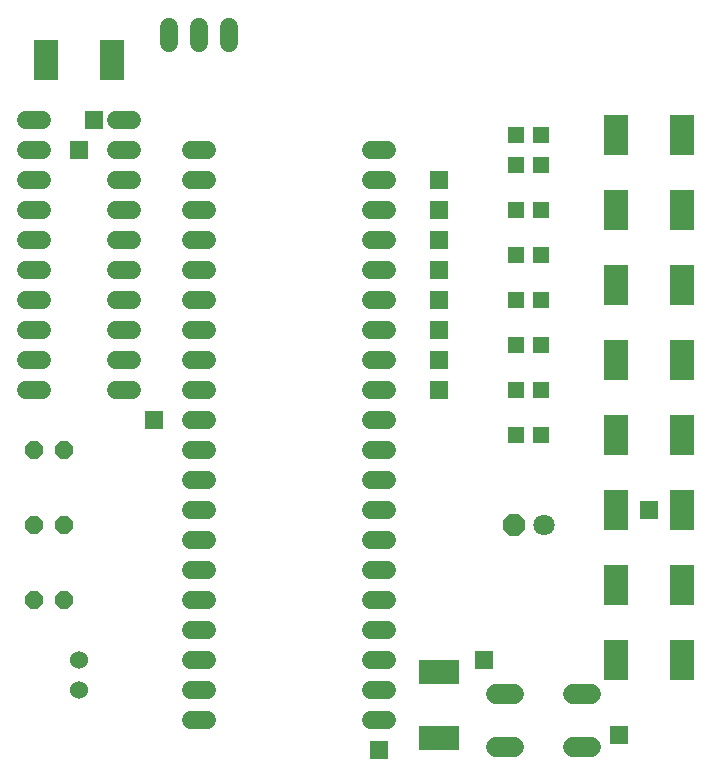
<source format=gts>
G75*
%MOIN*%
%OFA0B0*%
%FSLAX25Y25*%
%IPPOS*%
%LPD*%
%AMOC8*
5,1,8,0,0,1.08239X$1,22.5*
%
%ADD10OC8,0.06000*%
%ADD11OC8,0.07100*%
%ADD12C,0.07100*%
%ADD13C,0.06000*%
%ADD14R,0.05524X0.05524*%
%ADD15C,0.06000*%
%ADD16R,0.07887X0.13398*%
%ADD17R,0.13398X0.07887*%
%ADD18C,0.06800*%
%ADD19R,0.06115X0.06115*%
D10*
X0081000Y0081000D03*
X0091000Y0081000D03*
X0091000Y0106000D03*
X0081000Y0106000D03*
X0081000Y0131000D03*
X0091000Y0131000D03*
D11*
X0241000Y0106000D03*
D12*
X0251000Y0106000D03*
D13*
X0198600Y0101000D02*
X0193400Y0101000D01*
X0193400Y0091000D02*
X0198600Y0091000D01*
X0198600Y0081000D02*
X0193400Y0081000D01*
X0193400Y0071000D02*
X0198600Y0071000D01*
X0198600Y0061000D02*
X0193400Y0061000D01*
X0193400Y0051000D02*
X0198600Y0051000D01*
X0198600Y0041000D02*
X0193400Y0041000D01*
X0138600Y0041000D02*
X0133400Y0041000D01*
X0133400Y0051000D02*
X0138600Y0051000D01*
X0138600Y0061000D02*
X0133400Y0061000D01*
X0133400Y0071000D02*
X0138600Y0071000D01*
X0138600Y0081000D02*
X0133400Y0081000D01*
X0133400Y0091000D02*
X0138600Y0091000D01*
X0138600Y0101000D02*
X0133400Y0101000D01*
X0133400Y0111000D02*
X0138600Y0111000D01*
X0138600Y0121000D02*
X0133400Y0121000D01*
X0133400Y0131000D02*
X0138600Y0131000D01*
X0138600Y0141000D02*
X0133400Y0141000D01*
X0133400Y0151000D02*
X0138600Y0151000D01*
X0138600Y0161000D02*
X0133400Y0161000D01*
X0133400Y0171000D02*
X0138600Y0171000D01*
X0138600Y0181000D02*
X0133400Y0181000D01*
X0133400Y0191000D02*
X0138600Y0191000D01*
X0138600Y0201000D02*
X0133400Y0201000D01*
X0133400Y0211000D02*
X0138600Y0211000D01*
X0138600Y0221000D02*
X0133400Y0221000D01*
X0133400Y0231000D02*
X0138600Y0231000D01*
X0113600Y0231000D02*
X0108400Y0231000D01*
X0108400Y0221000D02*
X0113600Y0221000D01*
X0113600Y0211000D02*
X0108400Y0211000D01*
X0108400Y0201000D02*
X0113600Y0201000D01*
X0113600Y0191000D02*
X0108400Y0191000D01*
X0108400Y0181000D02*
X0113600Y0181000D01*
X0113600Y0171000D02*
X0108400Y0171000D01*
X0108400Y0161000D02*
X0113600Y0161000D01*
X0113600Y0151000D02*
X0108400Y0151000D01*
X0083600Y0151000D02*
X0078400Y0151000D01*
X0078400Y0161000D02*
X0083600Y0161000D01*
X0083600Y0171000D02*
X0078400Y0171000D01*
X0078400Y0181000D02*
X0083600Y0181000D01*
X0083600Y0191000D02*
X0078400Y0191000D01*
X0078400Y0201000D02*
X0083600Y0201000D01*
X0083600Y0211000D02*
X0078400Y0211000D01*
X0078400Y0221000D02*
X0083600Y0221000D01*
X0083600Y0231000D02*
X0078400Y0231000D01*
X0078400Y0241000D02*
X0083600Y0241000D01*
X0108400Y0241000D02*
X0113600Y0241000D01*
X0126000Y0266900D02*
X0126000Y0272100D01*
X0136000Y0272100D02*
X0136000Y0266900D01*
X0146000Y0266900D02*
X0146000Y0272100D01*
X0193400Y0231000D02*
X0198600Y0231000D01*
X0198600Y0221000D02*
X0193400Y0221000D01*
X0193400Y0211000D02*
X0198600Y0211000D01*
X0198600Y0201000D02*
X0193400Y0201000D01*
X0193400Y0191000D02*
X0198600Y0191000D01*
X0198600Y0181000D02*
X0193400Y0181000D01*
X0193400Y0171000D02*
X0198600Y0171000D01*
X0198600Y0161000D02*
X0193400Y0161000D01*
X0193400Y0151000D02*
X0198600Y0151000D01*
X0198600Y0141000D02*
X0193400Y0141000D01*
X0193400Y0131000D02*
X0198600Y0131000D01*
X0198600Y0121000D02*
X0193400Y0121000D01*
X0193400Y0111000D02*
X0198600Y0111000D01*
D14*
X0241866Y0136000D03*
X0250134Y0136000D03*
X0250134Y0151000D03*
X0241866Y0151000D03*
X0241866Y0166000D03*
X0250134Y0166000D03*
X0250134Y0181000D03*
X0241866Y0181000D03*
X0241866Y0196000D03*
X0250134Y0196000D03*
X0250134Y0211000D03*
X0241866Y0211000D03*
X0241866Y0226000D03*
X0250134Y0226000D03*
X0250134Y0236000D03*
X0241866Y0236000D03*
D15*
X0096000Y0051000D03*
X0096000Y0061000D03*
D16*
X0274976Y0061000D03*
X0297024Y0061000D03*
X0297024Y0086000D03*
X0274976Y0086000D03*
X0274976Y0111000D03*
X0297024Y0111000D03*
X0297024Y0136000D03*
X0274976Y0136000D03*
X0274976Y0161000D03*
X0297024Y0161000D03*
X0297024Y0186000D03*
X0274976Y0186000D03*
X0274976Y0211000D03*
X0297024Y0211000D03*
X0297024Y0236000D03*
X0274976Y0236000D03*
X0107024Y0261000D03*
X0084976Y0261000D03*
D17*
X0216000Y0057024D03*
X0216000Y0034976D03*
D18*
X0235200Y0032100D02*
X0241200Y0032100D01*
X0241200Y0049900D02*
X0235200Y0049900D01*
X0260800Y0049900D02*
X0266800Y0049900D01*
X0266800Y0032100D02*
X0260800Y0032100D01*
D19*
X0276000Y0036000D03*
X0231000Y0061000D03*
X0196000Y0031000D03*
X0286000Y0111000D03*
X0216000Y0151000D03*
X0216000Y0161000D03*
X0216000Y0171000D03*
X0216000Y0181000D03*
X0216000Y0191000D03*
X0216000Y0201000D03*
X0216000Y0211000D03*
X0216000Y0221000D03*
X0121000Y0141000D03*
X0096000Y0231000D03*
X0101000Y0241000D03*
M02*

</source>
